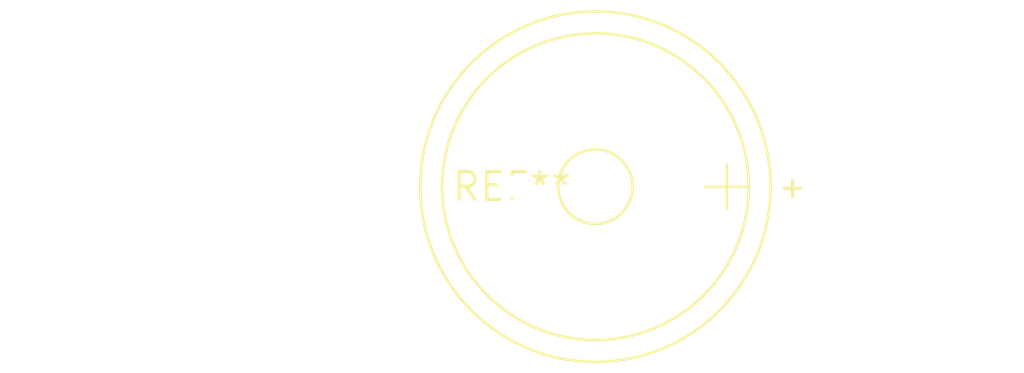
<source format=kicad_pcb>
(kicad_pcb (version 20240108) (generator pcbnew)
  (layers (0 "F.Cu" signal) (31 "B.Cu" signal) (34 "B.Paste" user) (35 "F.Paste" user) (36 "B.SilkS" user "B.Silkscreen") (37 "F.SilkS" user "F.Silkscreen") (38 "B.Mask" user) (39 "F.Mask" user) (44 "Edge.Cuts" user))
  (net 0 "")
  (footprint "MagneticBuzzer_StarMicronics_HMB-06_HMB-12" (layer "F.Cu") (at 0 0)
    (property "Reference" "REF**")
    (property "Value" "MagneticBuzzer_StarMicronics_HMB-06_HMB-12")
    (fp_line (start 8.81126 0) (end 10.81024 0) (layer "F.SilkS") (stroke (width 0.12)))
    (fp_line (start 9.80948 -1.00076) (end 9.80948 1.00076) (layer "F.SilkS") (stroke (width 0.12)))
    (fp_circle (center 3.81 0) (end 5.50926 0) (layer "F.SilkS") (stroke (width 0.12)) (fill none))
    (fp_circle (center 3.81 0) (end 10.81024 0) (layer "F.SilkS") (stroke (width 0.12)) (fill none))
    (fp_circle (center 3.81 0) (end 11.811 0) (layer "F.SilkS") (stroke (width 0.12)) (fill none))
    (fp_text user "+" (at 12.80922 0 0) (layer "F.SilkS"))
    (pad "1" thru_hole rect (at 0 0) (size 1.6002 1.6002) (drill 1.00076) (layers *.Cu *.Mask) (remove_unused_layers))
    (pad "2" thru_hole circle (at 7.61 0) (size 1.6002 1.6002) (drill 1.00076) (layers *.Cu *.Mask) (remove_unused_layers))
  )
)
</source>
